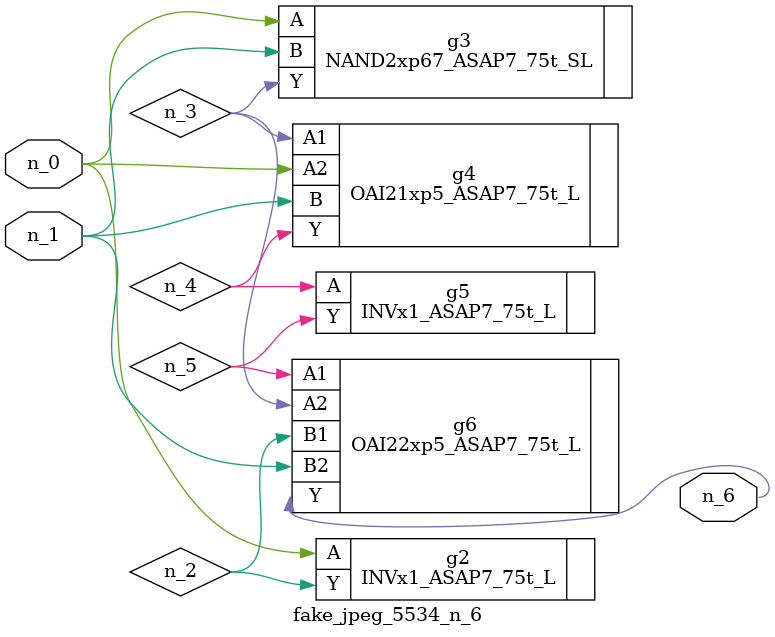
<source format=v>
module fake_jpeg_5534_n_6 (n_0, n_1, n_6);

input n_0;
input n_1;

output n_6;

wire n_3;
wire n_2;
wire n_4;
wire n_5;

INVx1_ASAP7_75t_L g2 ( 
.A(n_0),
.Y(n_2)
);

NAND2xp67_ASAP7_75t_SL g3 ( 
.A(n_0),
.B(n_1),
.Y(n_3)
);

OAI21xp5_ASAP7_75t_L g4 ( 
.A1(n_3),
.A2(n_0),
.B(n_1),
.Y(n_4)
);

INVx1_ASAP7_75t_L g5 ( 
.A(n_4),
.Y(n_5)
);

OAI22xp5_ASAP7_75t_L g6 ( 
.A1(n_5),
.A2(n_3),
.B1(n_2),
.B2(n_1),
.Y(n_6)
);


endmodule
</source>
